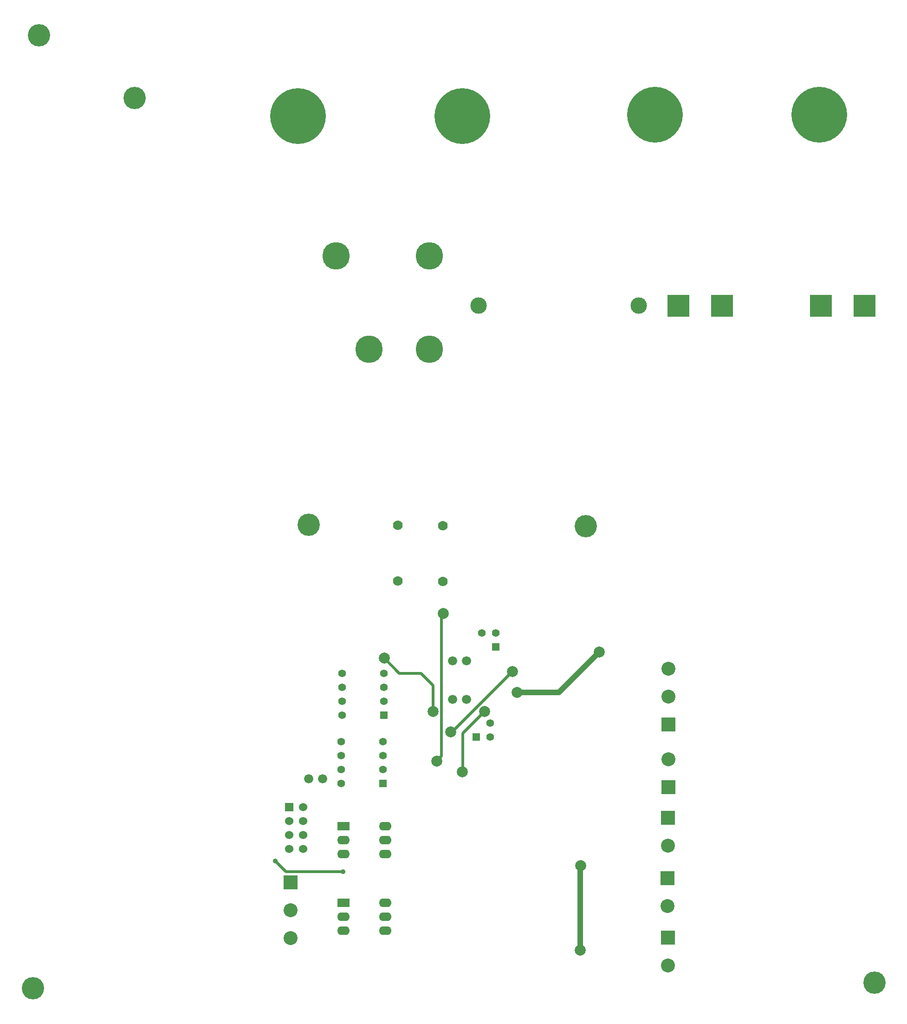
<source format=gtl>
G04 (created by PCBNEW (2013-mar-13)-testing) date Tue 16 Apr 2013 12:09:55 PM ART*
%MOIN*%
G04 Gerber Fmt 3.4, Leading zero omitted, Abs format*
%FSLAX34Y34*%
G01*
G70*
G90*
G04 APERTURE LIST*
%ADD10C,2.3622e-06*%
%ADD11C,0.1181*%
%ADD12C,0.16*%
%ADD13R,0.055X0.055*%
%ADD14C,0.055*%
%ADD15C,0.07*%
%ADD16R,0.09X0.062*%
%ADD17O,0.09X0.062*%
%ADD18C,0.19685*%
%ADD19R,0.1X0.1*%
%ADD20C,0.1*%
%ADD21R,0.06X0.06*%
%ADD22C,0.06*%
%ADD23C,0.4*%
%ADD24C,0.066*%
%ADD25C,0.035*%
%ADD26C,0.0787*%
%ADD27C,0.0197*%
%ADD28C,0.0394*%
G04 APERTURE END LIST*
G54D10*
G54D11*
X72550Y-56400D03*
X84050Y-56400D03*
G54D12*
X40550Y-105400D03*
X101000Y-105000D03*
G54D13*
X73812Y-80887D03*
G54D14*
X73812Y-79887D03*
X72812Y-79887D03*
G54D13*
X72387Y-87362D03*
G54D14*
X73387Y-87362D03*
X73387Y-86362D03*
G54D15*
X70000Y-72200D03*
X70000Y-76200D03*
X66750Y-72150D03*
X66750Y-76150D03*
G54D10*
G36*
X86119Y-57187D02*
X86119Y-55612D01*
X87694Y-55612D01*
X87694Y-57187D01*
X86119Y-57187D01*
X86119Y-57187D01*
G37*
G36*
X99505Y-57187D02*
X99505Y-55612D01*
X101080Y-55612D01*
X101080Y-57187D01*
X99505Y-57187D01*
X99505Y-57187D01*
G37*
G36*
X89269Y-57187D02*
X89269Y-55612D01*
X90844Y-55612D01*
X90844Y-57187D01*
X89269Y-57187D01*
X89269Y-57187D01*
G37*
G36*
X96355Y-57187D02*
X96355Y-55612D01*
X97930Y-55612D01*
X97930Y-57187D01*
X96355Y-57187D01*
X96355Y-57187D01*
G37*
G54D16*
X62875Y-99250D03*
G54D17*
X62875Y-100250D03*
X62875Y-101250D03*
X65875Y-101250D03*
X65875Y-100250D03*
X65875Y-99250D03*
G54D16*
X62850Y-93750D03*
G54D17*
X62850Y-94750D03*
X62850Y-95750D03*
X65850Y-95750D03*
X65850Y-94750D03*
X65850Y-93750D03*
G54D18*
X62331Y-52825D03*
X69024Y-52825D03*
X69024Y-59518D03*
X64693Y-59518D03*
G54D19*
X86212Y-86462D03*
G54D20*
X86212Y-84462D03*
X86212Y-82462D03*
G54D19*
X59075Y-97800D03*
G54D20*
X59075Y-99800D03*
X59075Y-101800D03*
G54D19*
X86175Y-93150D03*
G54D20*
X86175Y-95150D03*
G54D19*
X86125Y-97475D03*
G54D20*
X86125Y-99475D03*
G54D19*
X86175Y-101750D03*
G54D20*
X86175Y-103750D03*
G54D12*
X60350Y-72125D03*
X80255Y-72205D03*
G54D13*
X65750Y-85775D03*
G54D14*
X65750Y-84775D03*
X65750Y-83775D03*
X65750Y-82775D03*
X62750Y-82775D03*
X62750Y-83775D03*
X62750Y-84775D03*
X62750Y-85775D03*
G54D13*
X65700Y-90700D03*
G54D14*
X65700Y-89700D03*
X65700Y-88700D03*
X65700Y-87700D03*
X62700Y-87700D03*
X62700Y-88700D03*
X62700Y-89700D03*
X62700Y-90700D03*
G54D21*
X58975Y-92375D03*
G54D22*
X59975Y-92375D03*
X58975Y-93375D03*
X59975Y-93375D03*
X58975Y-94375D03*
X59975Y-94375D03*
X58975Y-95375D03*
X59975Y-95375D03*
G54D23*
X59600Y-42775D03*
X71400Y-42775D03*
X97025Y-42700D03*
X85225Y-42700D03*
G54D12*
X47875Y-41475D03*
G54D19*
X86200Y-90950D03*
G54D20*
X86200Y-88950D03*
G54D12*
X41000Y-37000D03*
G54D24*
X71690Y-84645D03*
X70690Y-84645D03*
X71685Y-81895D03*
X70685Y-81895D03*
X60370Y-90350D03*
X61370Y-90350D03*
G54D25*
X62835Y-97005D03*
X57975Y-96240D03*
G54D26*
X73000Y-85525D03*
X71400Y-89850D03*
X69300Y-85525D03*
X65800Y-81700D03*
X70550Y-87000D03*
X75000Y-82650D03*
X79875Y-102650D03*
X79900Y-96575D03*
X75337Y-84162D03*
X81237Y-81262D03*
X70025Y-78475D03*
X69550Y-89075D03*
G54D27*
X58740Y-97005D02*
X62835Y-97005D01*
X57975Y-96240D02*
X58740Y-97005D01*
X71425Y-87100D02*
X73000Y-85525D01*
X71425Y-89825D02*
X71425Y-87100D01*
X71400Y-89850D02*
X71425Y-89825D01*
X69300Y-83650D02*
X69300Y-85525D01*
X68425Y-82775D02*
X69300Y-83650D01*
X66875Y-82775D02*
X68425Y-82775D01*
X65800Y-81700D02*
X66875Y-82775D01*
X70650Y-87000D02*
X70550Y-87000D01*
X75000Y-82650D02*
X70650Y-87000D01*
G54D28*
X79875Y-96600D02*
X79875Y-102650D01*
X79900Y-96575D02*
X79875Y-96600D01*
X78337Y-84162D02*
X75337Y-84162D01*
X81237Y-81262D02*
X78337Y-84162D01*
G54D27*
X69900Y-78600D02*
X70025Y-78475D01*
X69900Y-88725D02*
X69900Y-78600D01*
X69550Y-89075D02*
X69900Y-88725D01*
M02*

</source>
